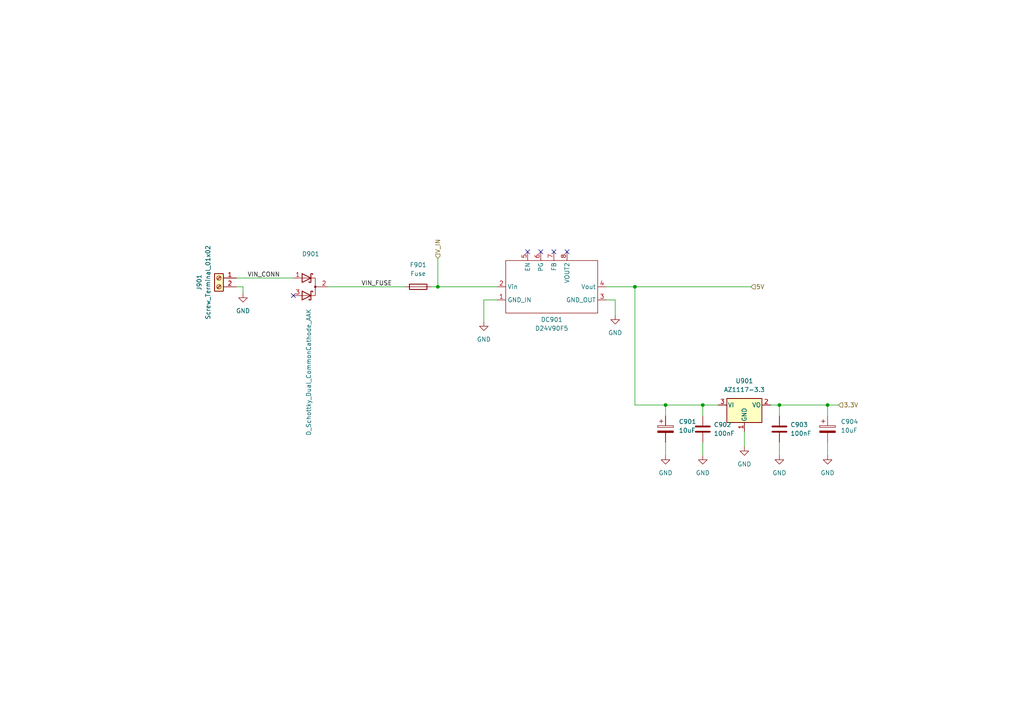
<source format=kicad_sch>
(kicad_sch (version 20211123) (generator eeschema)
  (paper "A4")
  (lib_symbols
    (symbol "Connector:Screw_Terminal_01x02" (pin_names (offset 1.016) hide)
      (property "Reference" "J" (at 0 2.54 0))
      (property "Value" "Screw_Terminal_01x02" (at 0 -5.08 0))
      (symbol "Screw_Terminal_01x02_1_1"
        (rectangle (start -1.27 1.27) (end 1.27 -3.81) (stroke (width 0.254)) (fill (type background)))
        (circle (center 0 -2.54) (radius 0.635) (stroke (width 0.1524)))
        (polyline (pts (xy -0.5334 -2.2098) (xy 0.3302 -3.048)) (stroke (width 0.1524)))
        (polyline (pts (xy -0.5334 0.3302) (xy 0.3302 -0.508)) (stroke (width 0.1524)))
        (polyline (pts (xy -0.3556 -2.032) (xy 0.508 -2.8702)) (stroke (width 0.1524)))
        (polyline (pts (xy -0.3556 0.508) (xy 0.508 -0.3302)) (stroke (width 0.1524)))
        (circle (center 0 0) (radius 0.635) (stroke (width 0.1524)))
        (pin passive line (at -5.08 0 0) (length 3.81) (name "Pin_1") (number "1"))
        (pin passive line (at -5.08 -2.54 0) (length 3.81) (name "Pin_2") (number "2"))
      )
    )
    (symbol "D24V90F5:D24V90F5"
      (property "Reference" "DC" (at -7.62 -12.7 0))
      (property "Value" "D24V90F5" (at 1.27 -3.81 0))
      (symbol "D24V90F5_0_1"
        (rectangle (start -11.43 5.08) (end 15.24 -10.16))
        (pin passive line (at -13.97 -6.35 0) (length 2.54) (name "GND_IN") (number "1"))
        (pin power_in line (at -13.97 -2.54 0) (length 2.54) (name "Vin") (number "2"))
        (pin passive line (at 17.78 -6.35 180) (length 2.54) (name "GND_OUT") (number "3"))
        (pin power_out line (at 17.78 -2.54 180) (length 2.54) (name "Vout") (number "4"))
        (pin input line (at -5.08 7.62 270) (length 2.54) (name "EN") (number "5"))
        (pin passive line (at -1.27 7.62 270) (length 2.54) (name "PG") (number "6"))
        (pin passive line (at 2.54 7.62 270) (length 2.54) (name "FB") (number "7"))
        (pin power_out line (at 6.35 7.62 270) (length 2.54) (name "VOUT2") (number "8"))
      )
    )
    (symbol "Device:C" (pin_numbers hide) (pin_names (offset 0.254))
      (property "Reference" "C" (at 0.635 2.54 0))
      (property "Value" "C" (at 0.635 -2.54 0))
      (symbol "C_0_1"
        (polyline (pts (xy -2.032 -0.762) (xy 2.032 -0.762)) (stroke (width 0.508)))
        (polyline (pts (xy -2.032 0.762) (xy 2.032 0.762)) (stroke (width 0.508)))
      )
      (symbol "C_1_1"
        (pin passive line (at 0 3.81 270) (length 2.794) (name "~") (number "1"))
        (pin passive line (at 0 -3.81 90) (length 2.794) (name "~") (number "2"))
      )
    )
    (symbol "Device:C_Polarized" (pin_numbers hide) (pin_names (offset 0.254))
      (property "Reference" "C" (at 0.635 2.54 0))
      (property "Value" "C_Polarized" (at 0.635 -2.54 0))
      (symbol "C_Polarized_0_1"
        (rectangle (start -2.286 0.508) (end 2.286 1.016))
        (polyline (pts (xy -1.778 2.286) (xy -0.762 2.286)))
        (polyline (pts (xy -1.27 2.794) (xy -1.27 1.778)))
        (rectangle (start 2.286 -0.508) (end -2.286 -1.016) (fill (type outline)))
      )
      (symbol "C_Polarized_1_1"
        (pin passive line (at 0 3.81 270) (length 2.794) (name "~") (number "1"))
        (pin passive line (at 0 -3.81 90) (length 2.794) (name "~") (number "2"))
      )
    )
    (symbol "Device:D_Schottky_Dual_CommonCathode_AAK_Parallel" (pin_names (offset 0.762) hide)
      (property "Reference" "D101" (at -0.0635 9.525 0))
      (property "Value" "D_Schottky_Dual_CommonCathode_AAK_Parallel" (at -6.985 0 90))
      (symbol "D_Schottky_Dual_CommonCathode_AAK_Parallel_0_1"
        (polyline (pts (xy 1.27 0) (xy 2.54 0)))
        (polyline (pts (xy -2.54 -2.54) (xy 1.27 -2.54) (xy 1.27 2.54) (xy -2.54 2.54)))
        (polyline (pts (xy -2.54 -1.27) (xy 0 -2.54) (xy -2.54 -3.81) (xy -2.54 -1.27) (xy -2.54 -1.27) (xy -2.54 -1.27)) (stroke (width 0.254)))
        (polyline (pts (xy -2.54 3.81) (xy 0 2.54) (xy -2.54 1.27) (xy -2.54 3.81) (xy -2.54 3.81) (xy -2.54 3.81)) (stroke (width 0.254)))
        (polyline (pts (xy 0.508 -1.524) (xy 0.508 -1.27) (xy 0 -1.27) (xy 0 -3.81) (xy -0.508 -3.81) (xy -0.508 -3.556)) (stroke (width 0.254)))
        (polyline (pts (xy 0.508 3.556) (xy 0.508 3.81) (xy 0 3.81) (xy 0 1.27) (xy -0.508 1.27) (xy -0.508 1.524)) (stroke (width 0.254)))
        (circle (center 1.27 0) (radius 0.254) (fill (type outline)))
        (pin passive line (at -5.08 2.54 0) (length 2.54) (name "K") (number "1"))
        (pin passive line (at 5.08 0 180) (length 2.54) (name "A") (number "2"))
        (pin passive line (at -5.08 -2.54 0) (length 2.54) (name "K") (number "3"))
      )
    )
    (symbol "Device:Fuse" (pin_numbers hide) (pin_names (offset 0))
      (property "Reference" "F" (at 2.032 0 90))
      (property "Value" "Fuse" (at -1.905 0 90))
      (symbol "Fuse_0_1"
        (rectangle (start -0.762 -2.54) (end 0.762 2.54) (stroke (width 0.254)))
        (polyline (pts (xy 0 2.54) (xy 0 -2.54)))
      )
      (symbol "Fuse_1_1"
        (pin passive line (at 0 3.81 270) (length 1.27) (name "~") (number "1"))
        (pin passive line (at 0 -3.81 90) (length 1.27) (name "~") (number "2"))
      )
    )
    (symbol "Regulator_Linear:AZ1117-3.3" (pin_names (offset 0.254))
      (property "Reference" "U" (at -3.81 3.175 0))
      (property "Value" "AZ1117-3.3" (at 0 3.175 0))
      (symbol "AZ1117-3.3_0_1"
        (rectangle (start -5.08 1.905) (end 5.08 -5.08) (stroke (width 0.254)) (fill (type background)))
      )
      (symbol "AZ1117-3.3_1_1"
        (pin power_in line (at 0 -7.62 90) (length 2.54) (name "GND") (number "1"))
        (pin power_out line (at 7.62 0 180) (length 2.54) (name "VO") (number "2"))
        (pin power_in line (at -7.62 0 0) (length 2.54) (name "VI") (number "3"))
      )
    )
    (symbol "power:GND" (power) (pin_names (offset 0))
      (property "Value" "GND" (at 0 -3.81 0))
      (symbol "GND_0_1"
        (polyline (pts (xy 0 0) (xy 0 -1.27) (xy 1.27 -1.27) (xy 0 -2.54) (xy -1.27 -1.27) (xy 0 -1.27)))
      )
      (symbol "GND_1_1"
        (pin power_in line (at 0 0 270) (length 0) hide (name "GND") (number "1"))
      )
    )
  )
  (junction (at 193.04 117.475))
  (junction (at 184.15 83.185))
  (junction (at 203.835 117.475))
  (junction (at 226.06 117.475))
  (junction (at 240.03 117.475))
  (junction (at 127 83.185))
  (no_connect (at 85.09 85.725))
  (no_connect (at 164.465 73.025))
  (no_connect (at 153.035 73.025))
  (no_connect (at 156.845 73.025))
  (no_connect (at 160.655 73.025))
  (wire (pts (xy 193.04 117.475) (xy 184.15 117.475)))
  (wire (pts (xy 223.52 117.475) (xy 226.06 117.475)))
  (wire (pts (xy 193.04 128.27) (xy 193.04 132.08)))
  (wire (pts (xy 193.04 117.475) (xy 193.04 120.65)))
  (wire (pts (xy 203.835 117.475) (xy 193.04 117.475)))
  (wire (pts (xy 68.58 80.645) (xy 85.09 80.645)))
  (wire (pts (xy 215.9 125.095) (xy 215.9 129.54)))
  (wire (pts (xy 68.58 83.185) (xy 70.485 83.185)))
  (wire (pts (xy 127 83.185) (xy 144.145 83.185)))
  (wire (pts (xy 178.435 86.995) (xy 178.435 91.44)))
  (wire (pts (xy 208.28 117.475) (xy 203.835 117.475)))
  (wire (pts (xy 175.895 86.995) (xy 178.435 86.995)))
  (wire (pts (xy 184.15 117.475) (xy 184.15 83.185)))
  (wire (pts (xy 240.03 128.27) (xy 240.03 132.08)))
  (wire (pts (xy 203.835 128.27) (xy 203.835 132.08)))
  (wire (pts (xy 226.06 117.475) (xy 240.03 117.475)))
  (wire (pts (xy 240.03 117.475) (xy 243.205 117.475)))
  (wire (pts (xy 226.06 117.475) (xy 226.06 120.65)))
  (wire (pts (xy 226.06 128.27) (xy 226.06 132.08)))
  (wire (pts (xy 95.25 83.185) (xy 117.475 83.185)))
  (wire (pts (xy 140.335 86.995) (xy 140.335 93.345)))
  (wire (pts (xy 184.15 83.185) (xy 217.805 83.185)))
  (wire (pts (xy 203.835 117.475) (xy 203.835 120.65)))
  (wire (pts (xy 70.485 83.185) (xy 70.485 85.09)))
  (wire (pts (xy 240.03 117.475) (xy 240.03 120.65)))
  (wire (pts (xy 175.895 83.185) (xy 184.15 83.185)))
  (wire (pts (xy 125.095 83.185) (xy 127 83.185)))
  (wire (pts (xy 144.145 86.995) (xy 140.335 86.995)))
  (wire (pts (xy 127 83.185) (xy 127 74.93)))
  (label "VIN_CONN" (at 71.755 80.645 0))
  (label "VIN_FUSE" (at 104.775 83.185 0))
  (hierarchical_label "V_IN" (shape input) (at 127 74.93 90))
  (hierarchical_label "3.3V" (shape input) (at 243.205 117.475 0))
  (hierarchical_label "5V" (shape input) (at 217.805 83.185 0))
  (symbol (lib_id "Device:D_Schottky_Dual_CommonCathode_AAK_Parallel") (at 90.17 83.185 0) (unit 1)
    (property "Reference" "D901" (at 90.1065 73.66 0))
    (property "Value" "D_Schottky_Dual_CommonCathode_AAK" (at 89.535 107.95 90))
    (property "Footprint" "Package_TO_SOT_THT:TO-220-3_Vertical" (effects hide))
  )
  (symbol (lib_id "D24V90F5:D24V90F5") (at 158.115 80.645 0) (unit 1)
    (property "Reference" "DC901" (at 160.02 92.71 0))
    (property "Value" "D24V90F5" (at 160.02 95.25 0))
    (property "Footprint" "D24V90F5:D24V90F5" (effects hide))
  )
  (symbol (lib_id "Device:C") (at 226.06 124.46 0) (unit 1)
    (property "Reference" "C903" (at 229.235 123.1899 0) (effects (justify left)))
    (property "Value" "100nF" (at 229.235 125.7299 0) (effects (justify left)))
    (property "Footprint" "Capacitor_THT:C_Disc_D3.0mm_W1.6mm_P2.50mm" (effects hide))
  )
  (symbol (lib_id "Device:C_Polarized") (at 240.03 124.46 0) (unit 1)
    (property "Reference" "C904" (at 243.84 122.3009 0) (effects (justify left)))
    (property "Value" "10uF" (at 243.84 124.8409 0) (effects (justify left)))
    (property "Footprint" "Capacitor_THT:CP_Radial_D5.0mm_P2.00mm" (effects hide))
  )
  (symbol (lib_id "Device:C") (at 203.835 124.46 0) (unit 1)
    (property "Reference" "C902" (at 207.01 123.1899 0) (effects (justify left)))
    (property "Value" "100nF" (at 207.01 125.7299 0) (effects (justify left)))
    (property "Footprint" "Capacitor_THT:C_Disc_D3.0mm_W1.6mm_P2.50mm" (effects hide))
  )
  (symbol (lib_id "power:GND") (at 193.04 132.08 0) (mirror y) (unit 1)
    (property "Reference" "#PWR0904" (effects hide))
    (property "Value" "GND" (at 193.04 137.16 0))
  )
  (symbol (lib_id "power:GND") (at 140.335 93.345 0) (mirror y) (unit 1)
    (property "Reference" "#PWR0902" (effects hide))
    (property "Value" "GND" (at 140.335 98.425 0))
  )
  (symbol (lib_id "Regulator_Linear:AZ1117-3.3") (at 215.9 117.475 0) (unit 1)
    (property "Reference" "U901" (at 215.9 110.49 0))
    (property "Value" "AZ1117-3.3" (at 215.9 113.03 0))
    (property "Footprint" "Package_TO_SOT_THT:TO-220-3_Horizontal_TabDown" (effects hide))
    (property "Datasheet" "https://www.diodes.com/assets/Datasheets/AZ1117.pdf" (effects hide))
  )
  (symbol (lib_id "power:GND") (at 203.835 132.08 0) (mirror y) (unit 1)
    (property "Reference" "#PWR0905" (effects hide))
    (property "Value" "GND" (at 203.835 137.16 0))
  )
  (symbol (lib_id "Connector:Screw_Terminal_01x02") (at 63.5 80.645 0) (mirror y) (unit 1)
    (property "Reference" "J901" (at 57.785 81.915 90))
    (property "Value" "Screw_Terminal_01x02" (at 60.325 81.915 90))
    (property "Footprint" "TerminalBlock:TerminalBlock_Altech_AK300-2_P5.00mm" (effects hide))
  )
  (symbol (lib_id "Device:Fuse") (at 121.285 83.185 90) (unit 1)
    (property "Reference" "F901" (at 121.285 76.835 90))
    (property "Value" "Fuse" (at 121.285 79.375 90))
    (property "Footprint" "Fuse:Fuse_Bourns_MF-RHT1000" (effects hide))
  )
  (symbol (lib_id "Device:C_Polarized") (at 193.04 124.46 0) (unit 1)
    (property "Reference" "C901" (at 196.85 122.3009 0) (effects (justify left)))
    (property "Value" "10uF" (at 196.85 124.8409 0) (effects (justify left)))
    (property "Footprint" "Capacitor_THT:CP_Radial_D5.0mm_P2.00mm" (effects hide))
  )
  (symbol (lib_id "power:GND") (at 70.485 85.09 0) (mirror y) (unit 1)
    (property "Reference" "#PWR0901" (effects hide))
    (property "Value" "GND" (at 70.485 90.17 0))
  )
  (symbol (lib_id "power:GND") (at 240.03 132.08 0) (mirror y) (unit 1)
    (property "Reference" "#PWR0908" (effects hide))
    (property "Value" "GND" (at 240.03 137.16 0))
  )
  (symbol (lib_id "power:GND") (at 178.435 91.44 0) (mirror y) (unit 1)
    (property "Reference" "#PWR0903" (effects hide))
    (property "Value" "GND" (at 178.435 96.52 0))
  )
  (symbol (lib_id "power:GND") (at 226.06 132.08 0) (mirror y) (unit 1)
    (property "Reference" "#PWR0907" (effects hide))
    (property "Value" "GND" (at 226.06 137.16 0))
  )
  (symbol (lib_id "power:GND") (at 215.9 129.54 0) (mirror y) (unit 1)
    (property "Reference" "#PWR0906" (effects hide))
    (property "Value" "GND" (at 215.9 134.62 0))
  )
)
</source>
